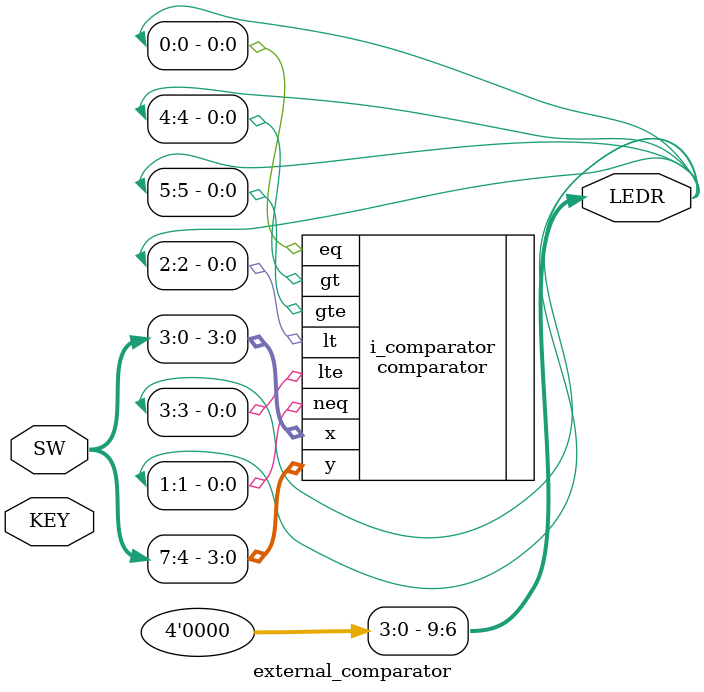
<source format=v>
module external_comparator
(
	input  [1:0] KEY,
    input  [9:0] SW,
    output [9:0] LEDR
);

    //comparator
    comparator #(.WIDTH(4)) i_comparator
    (
        .x  (SW [3:0]),
        .y  (SW [7:4]),
        .eq (LEDR[0]  ),
        .neq(LEDR[1]  ),
        .lt (LEDR[2]  ),
        .lte(LEDR[3]  ),
        .gt (LEDR[4]  ),
        .gte(LEDR[5]  )
    );
    
    assign LEDR[9:6] = 0;
    
endmodule
</source>
